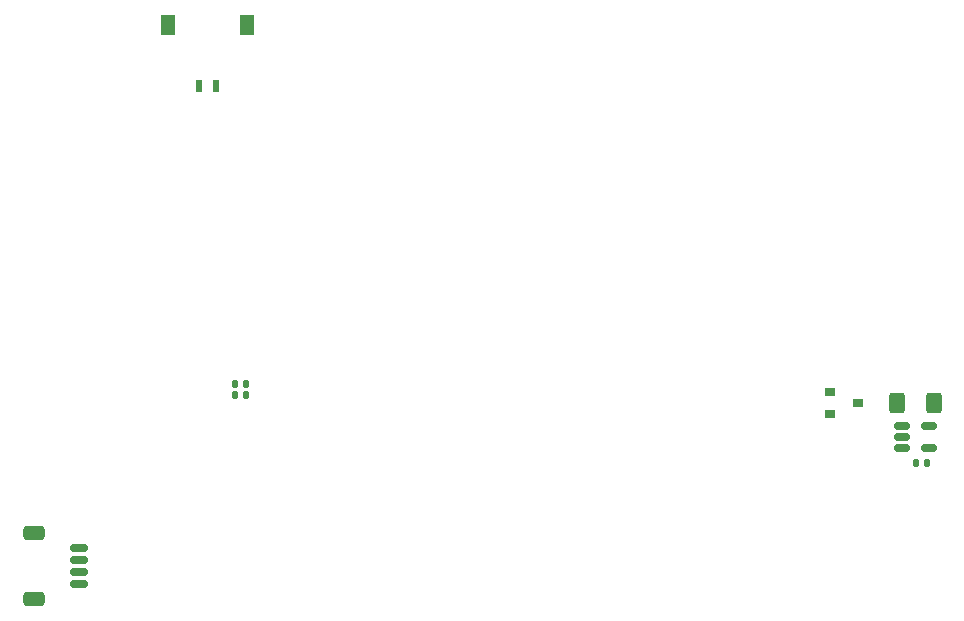
<source format=gbr>
%TF.GenerationSoftware,KiCad,Pcbnew,8.0.4*%
%TF.CreationDate,2024-09-09T11:17:31-04:00*%
%TF.ProjectId,payload_board_rev072,7061796c-6f61-4645-9f62-6f6172645f72,rev?*%
%TF.SameCoordinates,Original*%
%TF.FileFunction,Paste,Bot*%
%TF.FilePolarity,Positive*%
%FSLAX46Y46*%
G04 Gerber Fmt 4.6, Leading zero omitted, Abs format (unit mm)*
G04 Created by KiCad (PCBNEW 8.0.4) date 2024-09-09 11:17:31*
%MOMM*%
%LPD*%
G01*
G04 APERTURE LIST*
G04 Aperture macros list*
%AMRoundRect*
0 Rectangle with rounded corners*
0 $1 Rounding radius*
0 $2 $3 $4 $5 $6 $7 $8 $9 X,Y pos of 4 corners*
0 Add a 4 corners polygon primitive as box body*
4,1,4,$2,$3,$4,$5,$6,$7,$8,$9,$2,$3,0*
0 Add four circle primitives for the rounded corners*
1,1,$1+$1,$2,$3*
1,1,$1+$1,$4,$5*
1,1,$1+$1,$6,$7*
1,1,$1+$1,$8,$9*
0 Add four rect primitives between the rounded corners*
20,1,$1+$1,$2,$3,$4,$5,0*
20,1,$1+$1,$4,$5,$6,$7,0*
20,1,$1+$1,$6,$7,$8,$9,0*
20,1,$1+$1,$8,$9,$2,$3,0*%
G04 Aperture macros list end*
%ADD10RoundRect,0.140000X-0.140000X-0.170000X0.140000X-0.170000X0.140000X0.170000X-0.140000X0.170000X0*%
%ADD11R,0.600000X1.000000*%
%ADD12R,1.250000X1.800000*%
%ADD13RoundRect,0.150000X-0.512500X-0.150000X0.512500X-0.150000X0.512500X0.150000X-0.512500X0.150000X0*%
%ADD14RoundRect,0.140000X0.140000X0.170000X-0.140000X0.170000X-0.140000X-0.170000X0.140000X-0.170000X0*%
%ADD15RoundRect,0.250000X-0.400000X-0.625000X0.400000X-0.625000X0.400000X0.625000X-0.400000X0.625000X0*%
%ADD16R,0.900000X0.800000*%
%ADD17RoundRect,0.150000X0.625000X-0.150000X0.625000X0.150000X-0.625000X0.150000X-0.625000X-0.150000X0*%
%ADD18RoundRect,0.250000X0.650000X-0.350000X0.650000X0.350000X-0.650000X0.350000X-0.650000X-0.350000X0*%
G04 APERTURE END LIST*
D10*
%TO.C,C10*%
X37590000Y-81650000D03*
X38550000Y-81650000D03*
%TD*%
D11*
%TO.C,J8*%
X34531200Y-55488100D03*
X36031200Y-55488100D03*
D12*
X31926200Y-50298100D03*
X38636200Y-50298100D03*
%TD*%
D13*
%TO.C,U4*%
X94082500Y-86142000D03*
X94082500Y-85192000D03*
X94082500Y-84242000D03*
X96357500Y-84242000D03*
X96357500Y-86142000D03*
%TD*%
D14*
%TO.C,C4*%
X38550000Y-80725000D03*
X37590000Y-80725000D03*
%TD*%
D15*
%TO.C,R14*%
X93670000Y-82321800D03*
X96770000Y-82321800D03*
%TD*%
D16*
%TO.C,Q1*%
X87954000Y-83246000D03*
X87954000Y-81346000D03*
X90354000Y-82296000D03*
%TD*%
D17*
%TO.C,J6*%
X24440000Y-97610000D03*
X24440000Y-96610000D03*
X24440000Y-95610000D03*
X24440000Y-94610000D03*
D18*
X20565000Y-98910000D03*
X20565000Y-93310000D03*
%TD*%
D10*
%TO.C,C17*%
X95250000Y-87376000D03*
X96210000Y-87376000D03*
%TD*%
M02*

</source>
